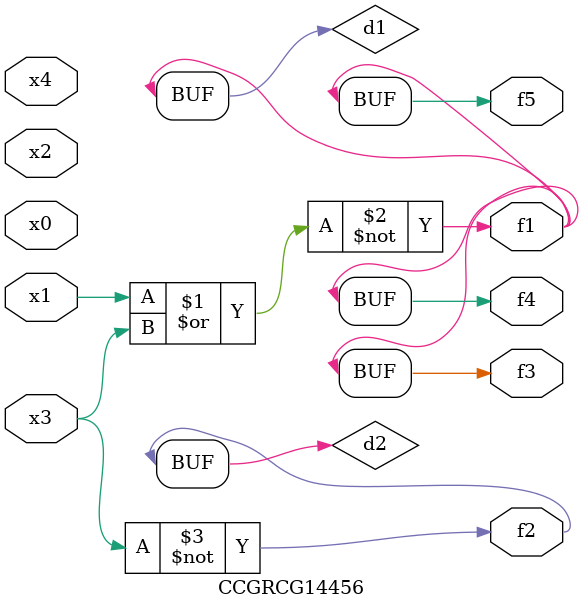
<source format=v>
module CCGRCG14456(
	input x0, x1, x2, x3, x4,
	output f1, f2, f3, f4, f5
);

	wire d1, d2;

	nor (d1, x1, x3);
	not (d2, x3);
	assign f1 = d1;
	assign f2 = d2;
	assign f3 = d1;
	assign f4 = d1;
	assign f5 = d1;
endmodule

</source>
